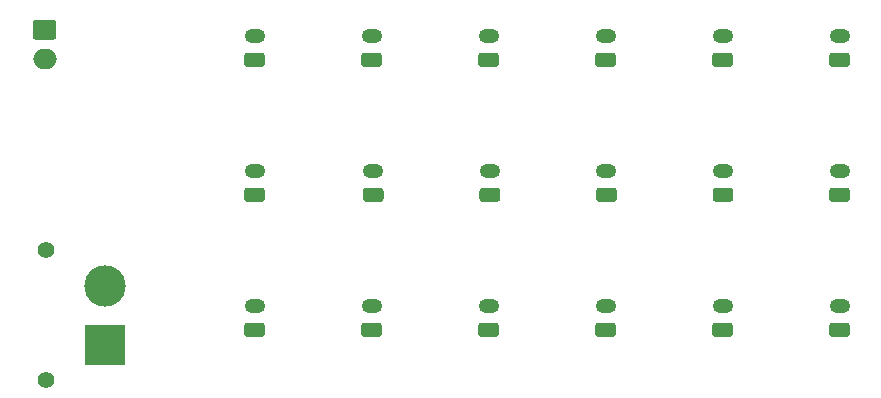
<source format=gbr>
%TF.GenerationSoftware,KiCad,Pcbnew,(5.1.9)-1*%
%TF.CreationDate,2021-10-16T11:47:39+01:00*%
%TF.ProjectId,1S-parallel-board,31532d70-6172-4616-9c6c-656c2d626f61,rev?*%
%TF.SameCoordinates,Original*%
%TF.FileFunction,Soldermask,Top*%
%TF.FilePolarity,Negative*%
%FSLAX46Y46*%
G04 Gerber Fmt 4.6, Leading zero omitted, Abs format (unit mm)*
G04 Created by KiCad (PCBNEW (5.1.9)-1) date 2021-10-16 11:47:39*
%MOMM*%
%LPD*%
G01*
G04 APERTURE LIST*
%ADD10O,2.000000X1.700000*%
%ADD11O,1.750000X1.200000*%
%ADD12C,3.500000*%
%ADD13R,3.500000X3.500000*%
%ADD14C,1.400000*%
G04 APERTURE END LIST*
D10*
%TO.C,J20*%
X86360000Y-102830000D03*
G36*
G01*
X85610000Y-99480000D02*
X87110000Y-99480000D01*
G75*
G02*
X87360000Y-99730000I0J-250000D01*
G01*
X87360000Y-100930000D01*
G75*
G02*
X87110000Y-101180000I-250000J0D01*
G01*
X85610000Y-101180000D01*
G75*
G02*
X85360000Y-100930000I0J250000D01*
G01*
X85360000Y-99730000D01*
G75*
G02*
X85610000Y-99480000I250000J0D01*
G01*
G37*
%TD*%
D11*
%TO.C,J18*%
X133858000Y-123730000D03*
G36*
G01*
X134483001Y-126330000D02*
X133232999Y-126330000D01*
G75*
G02*
X132983000Y-126080001I0J249999D01*
G01*
X132983000Y-125379999D01*
G75*
G02*
X133232999Y-125130000I249999J0D01*
G01*
X134483001Y-125130000D01*
G75*
G02*
X134733000Y-125379999I0J-249999D01*
G01*
X134733000Y-126080001D01*
G75*
G02*
X134483001Y-126330000I-249999J0D01*
G01*
G37*
%TD*%
%TO.C,J17*%
X153670000Y-123730000D03*
G36*
G01*
X154295001Y-126330000D02*
X153044999Y-126330000D01*
G75*
G02*
X152795000Y-126080001I0J249999D01*
G01*
X152795000Y-125379999D01*
G75*
G02*
X153044999Y-125130000I249999J0D01*
G01*
X154295001Y-125130000D01*
G75*
G02*
X154545000Y-125379999I0J-249999D01*
G01*
X154545000Y-126080001D01*
G75*
G02*
X154295001Y-126330000I-249999J0D01*
G01*
G37*
%TD*%
%TO.C,J16*%
X143764000Y-123730000D03*
G36*
G01*
X144389001Y-126330000D02*
X143138999Y-126330000D01*
G75*
G02*
X142889000Y-126080001I0J249999D01*
G01*
X142889000Y-125379999D01*
G75*
G02*
X143138999Y-125130000I249999J0D01*
G01*
X144389001Y-125130000D01*
G75*
G02*
X144639000Y-125379999I0J-249999D01*
G01*
X144639000Y-126080001D01*
G75*
G02*
X144389001Y-126330000I-249999J0D01*
G01*
G37*
%TD*%
%TO.C,J15*%
X123952000Y-123730000D03*
G36*
G01*
X124577001Y-126330000D02*
X123326999Y-126330000D01*
G75*
G02*
X123077000Y-126080001I0J249999D01*
G01*
X123077000Y-125379999D01*
G75*
G02*
X123326999Y-125130000I249999J0D01*
G01*
X124577001Y-125130000D01*
G75*
G02*
X124827000Y-125379999I0J-249999D01*
G01*
X124827000Y-126080001D01*
G75*
G02*
X124577001Y-126330000I-249999J0D01*
G01*
G37*
%TD*%
%TO.C,J14*%
X114046000Y-123730000D03*
G36*
G01*
X114671001Y-126330000D02*
X113420999Y-126330000D01*
G75*
G02*
X113171000Y-126080001I0J249999D01*
G01*
X113171000Y-125379999D01*
G75*
G02*
X113420999Y-125130000I249999J0D01*
G01*
X114671001Y-125130000D01*
G75*
G02*
X114921000Y-125379999I0J-249999D01*
G01*
X114921000Y-126080001D01*
G75*
G02*
X114671001Y-126330000I-249999J0D01*
G01*
G37*
%TD*%
%TO.C,J13*%
X104140000Y-123730000D03*
G36*
G01*
X104765001Y-126330000D02*
X103514999Y-126330000D01*
G75*
G02*
X103265000Y-126080001I0J249999D01*
G01*
X103265000Y-125379999D01*
G75*
G02*
X103514999Y-125130000I249999J0D01*
G01*
X104765001Y-125130000D01*
G75*
G02*
X105015000Y-125379999I0J-249999D01*
G01*
X105015000Y-126080001D01*
G75*
G02*
X104765001Y-126330000I-249999J0D01*
G01*
G37*
%TD*%
%TO.C,J12*%
X153670000Y-112300000D03*
G36*
G01*
X154295001Y-114900000D02*
X153044999Y-114900000D01*
G75*
G02*
X152795000Y-114650001I0J249999D01*
G01*
X152795000Y-113949999D01*
G75*
G02*
X153044999Y-113700000I249999J0D01*
G01*
X154295001Y-113700000D01*
G75*
G02*
X154545000Y-113949999I0J-249999D01*
G01*
X154545000Y-114650001D01*
G75*
G02*
X154295001Y-114900000I-249999J0D01*
G01*
G37*
%TD*%
%TO.C,J11*%
X143798000Y-112300000D03*
G36*
G01*
X144423001Y-114900000D02*
X143172999Y-114900000D01*
G75*
G02*
X142923000Y-114650001I0J249999D01*
G01*
X142923000Y-113949999D01*
G75*
G02*
X143172999Y-113700000I249999J0D01*
G01*
X144423001Y-113700000D01*
G75*
G02*
X144673000Y-113949999I0J-249999D01*
G01*
X144673000Y-114650001D01*
G75*
G02*
X144423001Y-114900000I-249999J0D01*
G01*
G37*
%TD*%
%TO.C,J10*%
X133926000Y-112300000D03*
G36*
G01*
X134551001Y-114900000D02*
X133300999Y-114900000D01*
G75*
G02*
X133051000Y-114650001I0J249999D01*
G01*
X133051000Y-113949999D01*
G75*
G02*
X133300999Y-113700000I249999J0D01*
G01*
X134551001Y-113700000D01*
G75*
G02*
X134801000Y-113949999I0J-249999D01*
G01*
X134801000Y-114650001D01*
G75*
G02*
X134551001Y-114900000I-249999J0D01*
G01*
G37*
%TD*%
%TO.C,J9*%
X124054000Y-112300000D03*
G36*
G01*
X124679001Y-114900000D02*
X123428999Y-114900000D01*
G75*
G02*
X123179000Y-114650001I0J249999D01*
G01*
X123179000Y-113949999D01*
G75*
G02*
X123428999Y-113700000I249999J0D01*
G01*
X124679001Y-113700000D01*
G75*
G02*
X124929000Y-113949999I0J-249999D01*
G01*
X124929000Y-114650001D01*
G75*
G02*
X124679001Y-114900000I-249999J0D01*
G01*
G37*
%TD*%
%TO.C,J8*%
X114182000Y-112300000D03*
G36*
G01*
X114807001Y-114900000D02*
X113556999Y-114900000D01*
G75*
G02*
X113307000Y-114650001I0J249999D01*
G01*
X113307000Y-113949999D01*
G75*
G02*
X113556999Y-113700000I249999J0D01*
G01*
X114807001Y-113700000D01*
G75*
G02*
X115057000Y-113949999I0J-249999D01*
G01*
X115057000Y-114650001D01*
G75*
G02*
X114807001Y-114900000I-249999J0D01*
G01*
G37*
%TD*%
%TO.C,J7*%
X104140000Y-112300000D03*
G36*
G01*
X104765001Y-114900000D02*
X103514999Y-114900000D01*
G75*
G02*
X103265000Y-114650001I0J249999D01*
G01*
X103265000Y-113949999D01*
G75*
G02*
X103514999Y-113700000I249999J0D01*
G01*
X104765001Y-113700000D01*
G75*
G02*
X105015000Y-113949999I0J-249999D01*
G01*
X105015000Y-114650001D01*
G75*
G02*
X104765001Y-114900000I-249999J0D01*
G01*
G37*
%TD*%
%TO.C,J6*%
X153670000Y-100870000D03*
G36*
G01*
X154295001Y-103470000D02*
X153044999Y-103470000D01*
G75*
G02*
X152795000Y-103220001I0J249999D01*
G01*
X152795000Y-102519999D01*
G75*
G02*
X153044999Y-102270000I249999J0D01*
G01*
X154295001Y-102270000D01*
G75*
G02*
X154545000Y-102519999I0J-249999D01*
G01*
X154545000Y-103220001D01*
G75*
G02*
X154295001Y-103470000I-249999J0D01*
G01*
G37*
%TD*%
%TO.C,J5*%
X143764000Y-100870000D03*
G36*
G01*
X144389001Y-103470000D02*
X143138999Y-103470000D01*
G75*
G02*
X142889000Y-103220001I0J249999D01*
G01*
X142889000Y-102519999D01*
G75*
G02*
X143138999Y-102270000I249999J0D01*
G01*
X144389001Y-102270000D01*
G75*
G02*
X144639000Y-102519999I0J-249999D01*
G01*
X144639000Y-103220001D01*
G75*
G02*
X144389001Y-103470000I-249999J0D01*
G01*
G37*
%TD*%
%TO.C,J4*%
X133858000Y-100870000D03*
G36*
G01*
X134483001Y-103470000D02*
X133232999Y-103470000D01*
G75*
G02*
X132983000Y-103220001I0J249999D01*
G01*
X132983000Y-102519999D01*
G75*
G02*
X133232999Y-102270000I249999J0D01*
G01*
X134483001Y-102270000D01*
G75*
G02*
X134733000Y-102519999I0J-249999D01*
G01*
X134733000Y-103220001D01*
G75*
G02*
X134483001Y-103470000I-249999J0D01*
G01*
G37*
%TD*%
%TO.C,J3*%
X123952000Y-100870000D03*
G36*
G01*
X124577001Y-103470000D02*
X123326999Y-103470000D01*
G75*
G02*
X123077000Y-103220001I0J249999D01*
G01*
X123077000Y-102519999D01*
G75*
G02*
X123326999Y-102270000I249999J0D01*
G01*
X124577001Y-102270000D01*
G75*
G02*
X124827000Y-102519999I0J-249999D01*
G01*
X124827000Y-103220001D01*
G75*
G02*
X124577001Y-103470000I-249999J0D01*
G01*
G37*
%TD*%
%TO.C,J2*%
X114046000Y-100870000D03*
G36*
G01*
X114671001Y-103470000D02*
X113420999Y-103470000D01*
G75*
G02*
X113171000Y-103220001I0J249999D01*
G01*
X113171000Y-102519999D01*
G75*
G02*
X113420999Y-102270000I249999J0D01*
G01*
X114671001Y-102270000D01*
G75*
G02*
X114921000Y-102519999I0J-249999D01*
G01*
X114921000Y-103220001D01*
G75*
G02*
X114671001Y-103470000I-249999J0D01*
G01*
G37*
%TD*%
%TO.C,J1*%
X104140000Y-100870000D03*
G36*
G01*
X104765001Y-103470000D02*
X103514999Y-103470000D01*
G75*
G02*
X103265000Y-103220001I0J249999D01*
G01*
X103265000Y-102519999D01*
G75*
G02*
X103514999Y-102270000I249999J0D01*
G01*
X104765001Y-102270000D01*
G75*
G02*
X105015000Y-102519999I0J-249999D01*
G01*
X105015000Y-103220001D01*
G75*
G02*
X104765001Y-103470000I-249999J0D01*
G01*
G37*
%TD*%
D12*
%TO.C,J19*%
X91440000Y-122000000D03*
D13*
X91440000Y-127000000D03*
D14*
X86440000Y-119000000D03*
X86440000Y-130000000D03*
%TD*%
M02*

</source>
